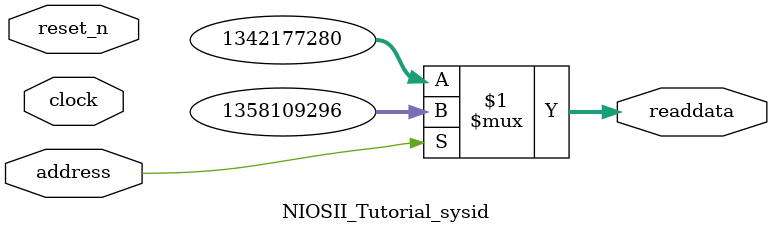
<source format=v>

`timescale 1ns / 1ps
// synthesis translate_on

// turn off superfluous verilog processor warnings 
// altera message_level Level1 
// altera message_off 10034 10035 10036 10037 10230 10240 10030 

module NIOSII_Tutorial_sysid (
               // inputs:
                address,
                clock,
                reset_n,

               // outputs:
                readdata
             )
;

  output  [ 31: 0] readdata;
  input            address;
  input            clock;
  input            reset_n;

  wire    [ 31: 0] readdata;
  //control_slave, which is an e_avalon_slave
  assign readdata = address ? 1358109296 : 1342177280;

endmodule




</source>
